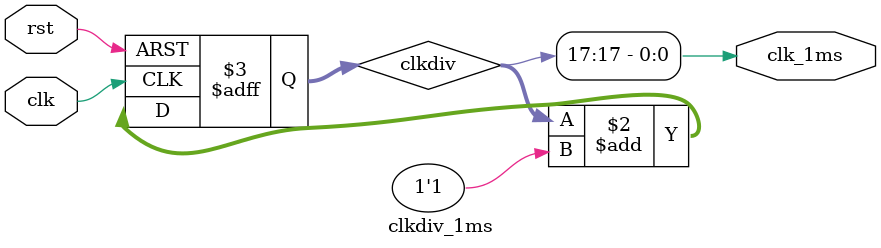
<source format=v>
`timescale 1ns / 1ps
module clkdiv_1ms(
			input clk,
			input rst,
			output clk_1ms
    );
	reg [31:0] clkdiv;
	always @ (posedge clk or posedge rst) begin
		if (rst) clkdiv<=0;
		else clkdiv<=clkdiv+1'b1;
	end
	
	assign clk_1ms = clkdiv[17];
	
endmodule
</source>
